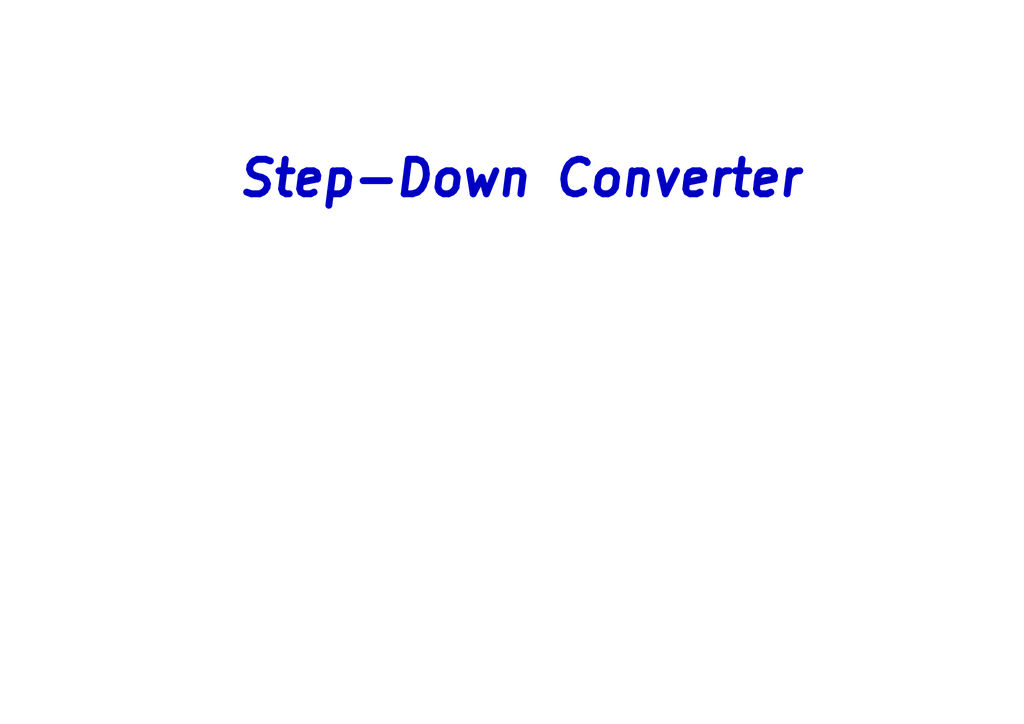
<source format=kicad_sch>
(kicad_sch (version 20211123) (generator eeschema)
  (paper "A4")
  (lib_symbols)
  (text "Step-Down Converter" (at 68.326 57.785 0) (effects (font (size 10.0076 10.0076) (thickness 2.0015) bold italic) (justify left bottom)))
)
</source>
